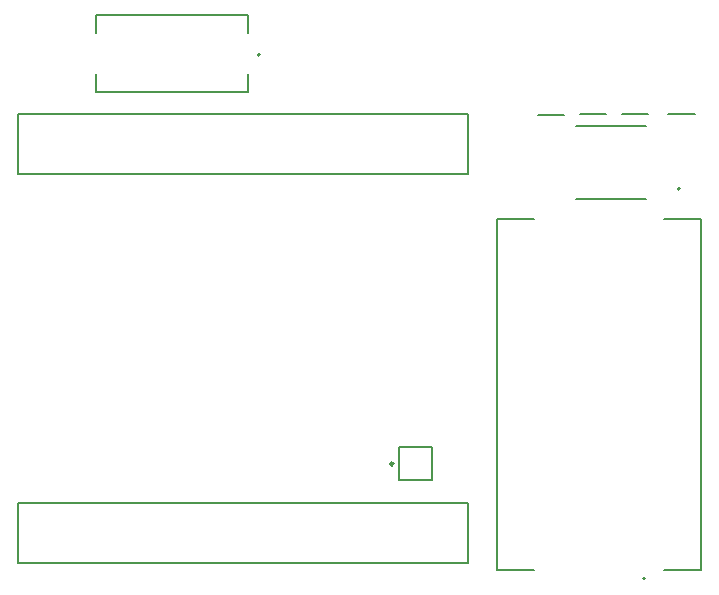
<source format=gto>
G04*
G04 #@! TF.GenerationSoftware,Altium Limited,Altium Designer,22.0.2 (36)*
G04*
G04 Layer_Color=65535*
%FSLAX25Y25*%
%MOIN*%
G70*
G04*
G04 #@! TF.SameCoordinates,1C5B4622-B4AA-4E77-B977-5182896014AD*
G04*
G04*
G04 #@! TF.FilePolarity,Positive*
G04*
G01*
G75*
%ADD10C,0.00787*%
%ADD11C,0.00984*%
%ADD12C,0.00500*%
D10*
X224532Y132642D02*
G03*
X224532Y132642I-394J0D01*
G01*
X84441Y177378D02*
G03*
X84441Y177378I-394J0D01*
G01*
X212854Y2780D02*
G03*
X212067Y2780I-394J0D01*
G01*
D02*
G03*
X212854Y2780I394J0D01*
G01*
X163642Y5535D02*
X175847D01*
X163642D02*
Y122465D01*
X175847D01*
X219153Y5535D02*
X231358D01*
Y122465D01*
X219153D02*
X231358D01*
X3949Y157500D02*
X153949D01*
X3949Y137500D02*
X153949D01*
X3949D02*
Y157500D01*
X153949Y137500D02*
Y157500D01*
X3949Y7890D02*
X153949D01*
X3949Y27890D02*
X153949D01*
Y7890D02*
Y27890D01*
X3949Y7890D02*
Y27890D01*
X220571Y157512D02*
X229429D01*
X205071D02*
X213929D01*
X191071D02*
X199929D01*
X177071Y157272D02*
X185929D01*
X130988Y35488D02*
Y46512D01*
X130988Y46512D02*
X142012D01*
Y35488D02*
Y46512D01*
X130988Y35488D02*
X142012D01*
D11*
X128921Y41000D02*
G03*
X128921Y41000I-492J0D01*
G01*
D12*
X189709Y153705D02*
X213291D01*
X189709Y129295D02*
X213291D01*
X30012Y184661D02*
Y190764D01*
Y164779D02*
Y170882D01*
X80602Y164779D02*
Y170882D01*
Y184661D02*
Y190764D01*
X30012D02*
X80602D01*
X30012Y164779D02*
X80602D01*
M02*

</source>
